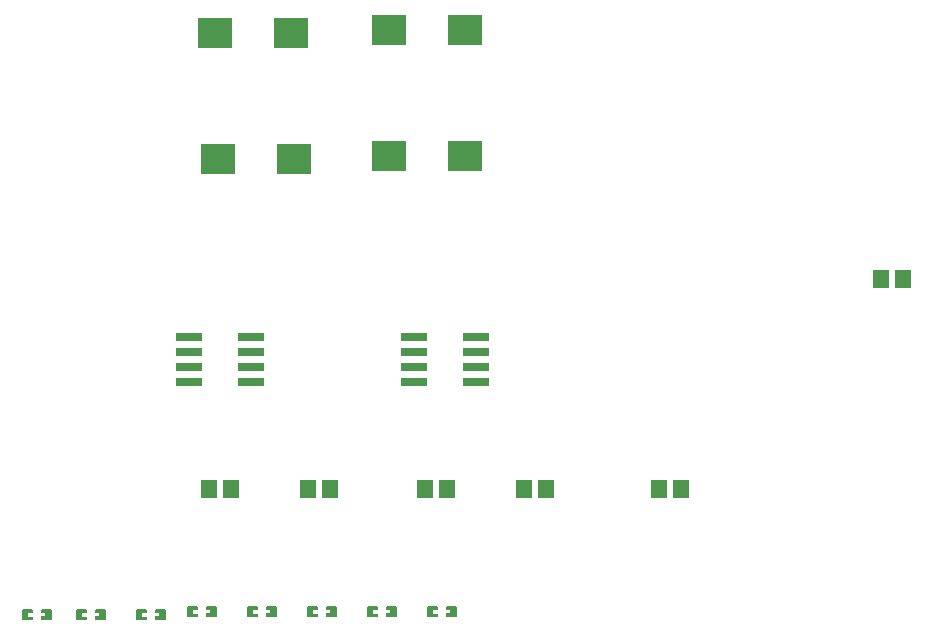
<source format=gtp>
G04 Layer: TopPasteMaskLayer*
G04 EasyEDA v6.5.48, 2025-02-09 20:19:28*
G04 01cb3c1d78794921a089d1304ca59f51,d72c4acdc2164061951c9b7558476481,10*
G04 Gerber Generator version 0.2*
G04 Scale: 100 percent, Rotated: No, Reflected: No *
G04 Dimensions in inches *
G04 leading zeros omitted , absolute positions ,3 integer and 6 decimal *
%FSLAX36Y36*%
%MOIN*%

%AMMACRO1*4,1,4,0.0433,0.0118,0.0433,-0.0118,-0.0433,-0.0118,-0.0433,0.0118,0.0433,0.0118,0*%
%AMMACRO2*4,1,4,-0.0256,0.0315,0.0256,0.0315,0.0256,-0.0315,-0.0256,-0.0315,-0.0256,0.0315,0*%
%AMMACRO3*4,1,4,-0.0256,0.0295,0.0256,0.0295,0.0256,-0.0295,-0.0256,-0.0295,-0.0256,0.0295,0*%
%ADD10MACRO1*%
%ADD11R,0.1142X0.0984*%
%ADD12MACRO2*%
%ADD13MACRO3*%

%LPD*%
G36*
X805560Y817720D02*
G01*
X803580Y815740D01*
X803580Y806780D01*
X818160Y806780D01*
X818160Y793780D01*
X803580Y793780D01*
X803580Y784260D01*
X805560Y782280D01*
X837039Y782280D01*
X839020Y784260D01*
X839020Y815740D01*
X837039Y817720D01*
G37*
G36*
X742960Y817720D02*
G01*
X740980Y815740D01*
X740980Y784260D01*
X742960Y782280D01*
X774440Y782280D01*
X776420Y784260D01*
X776420Y793220D01*
X761860Y793220D01*
X761860Y806220D01*
X776420Y806220D01*
X776420Y815740D01*
X774440Y817720D01*
G37*
G36*
X985560Y817720D02*
G01*
X983580Y815740D01*
X983580Y806780D01*
X998160Y806780D01*
X998160Y793780D01*
X983580Y793780D01*
X983580Y784260D01*
X985560Y782280D01*
X1017039Y782280D01*
X1019020Y784260D01*
X1019020Y815740D01*
X1017039Y817720D01*
G37*
G36*
X922960Y817720D02*
G01*
X920980Y815740D01*
X920980Y784260D01*
X922960Y782280D01*
X954440Y782280D01*
X956420Y784260D01*
X956420Y793220D01*
X941860Y793220D01*
X941860Y806220D01*
X956420Y806220D01*
X956420Y815740D01*
X954440Y817720D01*
G37*
G36*
X1185560Y817720D02*
G01*
X1183580Y815740D01*
X1183580Y806780D01*
X1198160Y806780D01*
X1198160Y793780D01*
X1183580Y793780D01*
X1183580Y784260D01*
X1185560Y782280D01*
X1217040Y782280D01*
X1219020Y784260D01*
X1219020Y815740D01*
X1217040Y817720D01*
G37*
G36*
X1122960Y817720D02*
G01*
X1120980Y815740D01*
X1120980Y784260D01*
X1122960Y782280D01*
X1154440Y782280D01*
X1156420Y784260D01*
X1156420Y793220D01*
X1141860Y793220D01*
X1141860Y806220D01*
X1156420Y806220D01*
X1156420Y815740D01*
X1154440Y817720D01*
G37*
G36*
X1355560Y827720D02*
G01*
X1353580Y825740D01*
X1353580Y816780D01*
X1368160Y816780D01*
X1368160Y803780D01*
X1353580Y803780D01*
X1353580Y794260D01*
X1355560Y792280D01*
X1387040Y792280D01*
X1389019Y794260D01*
X1389019Y825740D01*
X1387040Y827720D01*
G37*
G36*
X1292960Y827720D02*
G01*
X1290980Y825740D01*
X1290980Y794260D01*
X1292960Y792280D01*
X1324440Y792280D01*
X1326420Y794260D01*
X1326420Y803220D01*
X1311860Y803220D01*
X1311860Y816220D01*
X1326420Y816220D01*
X1326420Y825740D01*
X1324440Y827720D01*
G37*
G36*
X1555560Y827720D02*
G01*
X1553580Y825740D01*
X1553580Y816780D01*
X1568160Y816780D01*
X1568160Y803780D01*
X1553580Y803780D01*
X1553580Y794260D01*
X1555560Y792280D01*
X1587040Y792280D01*
X1589019Y794260D01*
X1589019Y825740D01*
X1587040Y827720D01*
G37*
G36*
X1492960Y827720D02*
G01*
X1490980Y825740D01*
X1490980Y794260D01*
X1492960Y792280D01*
X1524440Y792280D01*
X1526420Y794260D01*
X1526420Y803220D01*
X1511860Y803220D01*
X1511860Y816220D01*
X1526420Y816220D01*
X1526420Y825740D01*
X1524440Y827720D01*
G37*
G36*
X1755560Y827720D02*
G01*
X1753580Y825740D01*
X1753580Y816780D01*
X1768160Y816780D01*
X1768160Y803780D01*
X1753580Y803780D01*
X1753580Y794260D01*
X1755560Y792280D01*
X1787040Y792280D01*
X1789019Y794260D01*
X1789019Y825740D01*
X1787040Y827720D01*
G37*
G36*
X1692960Y827720D02*
G01*
X1690980Y825740D01*
X1690980Y794260D01*
X1692960Y792280D01*
X1724440Y792280D01*
X1726420Y794260D01*
X1726420Y803220D01*
X1711860Y803220D01*
X1711860Y816220D01*
X1726420Y816220D01*
X1726420Y825740D01*
X1724440Y827720D01*
G37*
G36*
X1955560Y827720D02*
G01*
X1953580Y825740D01*
X1953580Y816780D01*
X1968160Y816780D01*
X1968160Y803780D01*
X1953580Y803780D01*
X1953580Y794260D01*
X1955560Y792280D01*
X1987040Y792280D01*
X1989019Y794260D01*
X1989019Y825740D01*
X1987040Y827720D01*
G37*
G36*
X1892960Y827720D02*
G01*
X1890980Y825740D01*
X1890980Y794260D01*
X1892960Y792280D01*
X1924440Y792280D01*
X1926420Y794260D01*
X1926420Y803220D01*
X1911860Y803220D01*
X1911860Y816220D01*
X1926420Y816220D01*
X1926420Y825740D01*
X1924440Y827720D01*
G37*
G36*
X2155560Y827720D02*
G01*
X2153580Y825740D01*
X2153580Y816780D01*
X2168160Y816780D01*
X2168160Y803780D01*
X2153580Y803780D01*
X2153580Y794260D01*
X2155560Y792280D01*
X2187040Y792280D01*
X2189020Y794260D01*
X2189020Y825740D01*
X2187040Y827720D01*
G37*
G36*
X2092960Y827720D02*
G01*
X2090980Y825740D01*
X2090980Y794260D01*
X2092960Y792280D01*
X2124440Y792280D01*
X2126420Y794260D01*
X2126420Y803220D01*
X2111860Y803220D01*
X2111860Y816220D01*
X2126420Y816220D01*
X2126420Y825740D01*
X2124440Y827720D01*
G37*
D10*
G01*
X2047640Y1675000D03*
G01*
X2252365Y1675000D03*
G01*
X2047640Y1725000D03*
G01*
X2047640Y1625000D03*
G01*
X2047640Y1575000D03*
G01*
X2252365Y1725000D03*
G01*
X2252365Y1625000D03*
G01*
X2252365Y1575000D03*
D11*
G01*
X2217950Y2330000D03*
G01*
X1962050Y2330000D03*
G01*
X1637949Y2740000D03*
G01*
X1382050Y2740000D03*
G01*
X2217950Y2750000D03*
G01*
X1962050Y2750000D03*
D12*
G01*
X3602600Y1920004D03*
G01*
X3677400Y1920004D03*
D11*
G01*
X1647949Y2320000D03*
G01*
X1392050Y2320000D03*
D10*
G01*
X1297640Y1675000D03*
G01*
X1502365Y1675000D03*
G01*
X1297640Y1725000D03*
G01*
X1297640Y1625000D03*
G01*
X1297640Y1575000D03*
G01*
X1502365Y1725000D03*
G01*
X1502365Y1625000D03*
G01*
X1502365Y1575000D03*
D13*
G01*
X1362600Y1220005D03*
G01*
X1437400Y1220005D03*
G01*
X2082600Y1220000D03*
G01*
X2157400Y1220000D03*
G01*
X2412600Y1220000D03*
G01*
X2487400Y1220000D03*
G01*
X2862600Y1220000D03*
G01*
X2937400Y1220000D03*
G01*
X1692600Y1220000D03*
G01*
X1767400Y1220000D03*
M02*

</source>
